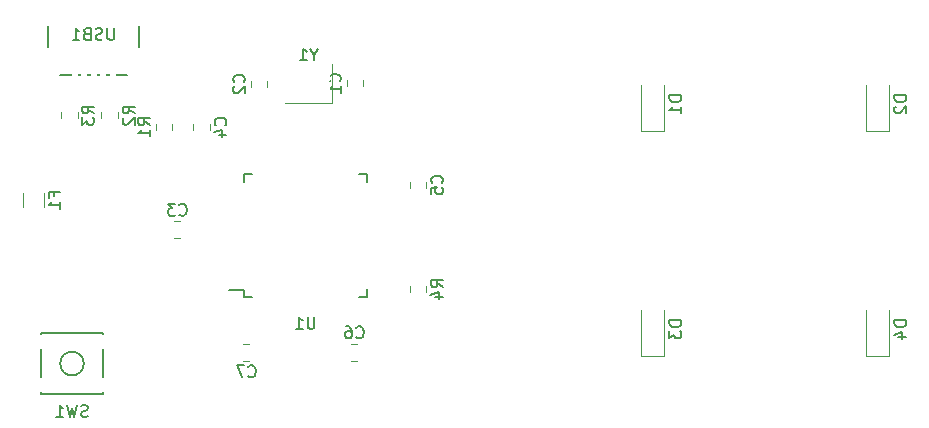
<source format=gbo>
G04 #@! TF.GenerationSoftware,KiCad,Pcbnew,5.0.1*
G04 #@! TF.CreationDate,2019-03-25T02:10:47+08:00*
G04 #@! TF.ProjectId,mykb,6D796B622E6B696361645F7063620000,rev?*
G04 #@! TF.SameCoordinates,Original*
G04 #@! TF.FileFunction,Legend,Bot*
G04 #@! TF.FilePolarity,Positive*
%FSLAX46Y46*%
G04 Gerber Fmt 4.6, Leading zero omitted, Abs format (unit mm)*
G04 Created by KiCad (PCBNEW 5.0.1) date 2019年03月25日 星期一 02时10分47秒*
%MOMM*%
%LPD*%
G01*
G04 APERTURE LIST*
%ADD10C,0.120000*%
%ADD11C,0.150000*%
%ADD12C,0.100000*%
%ADD13C,1.077000*%
%ADD14R,1.302000X1.002000*%
%ADD15C,1.352000*%
%ADD16C,1.852000*%
%ADD17R,2.007000X2.007000*%
%ADD18C,2.007000*%
%ADD19C,2.352000*%
%ADD20C,4.089800*%
%ADD21C,2.352000*%
%ADD22R,1.902000X1.202000*%
%ADD23R,1.602000X0.652000*%
%ADD24R,0.652000X1.602000*%
%ADD25R,0.602000X2.352000*%
%ADD26O,1.802000X2.802000*%
%ADD27R,1.502000X1.302000*%
G04 APERTURE END LIST*
D10*
G04 #@! TO.C,C1*
X93801000Y-72590922D02*
X93801000Y-73108078D01*
X92381000Y-72590922D02*
X92381000Y-73108078D01*
G04 #@! TO.C,C2*
X84253000Y-72639422D02*
X84253000Y-73156578D01*
X85673000Y-72639422D02*
X85673000Y-73156578D01*
G04 #@! TO.C,C3*
X78315078Y-84538750D02*
X77797922Y-84538750D01*
X78315078Y-85958750D02*
X77797922Y-85958750D01*
G04 #@! TO.C,C4*
X79395250Y-76807828D02*
X79395250Y-76290672D01*
X80815250Y-76807828D02*
X80815250Y-76290672D01*
G04 #@! TO.C,C5*
X99135000Y-81697328D02*
X99135000Y-81180172D01*
X97715000Y-81697328D02*
X97715000Y-81180172D01*
G04 #@! TO.C,C6*
X93301078Y-96341000D02*
X92783922Y-96341000D01*
X93301078Y-94921000D02*
X92783922Y-94921000D01*
G04 #@! TO.C,C7*
X83639922Y-96341000D02*
X84157078Y-96341000D01*
X83639922Y-94921000D02*
X84157078Y-94921000D01*
G04 #@! TO.C,D1*
X119268750Y-76862500D02*
X119268750Y-72962500D01*
X117268750Y-76862500D02*
X117268750Y-72962500D01*
X119268750Y-76862500D02*
X117268750Y-76862500D01*
G04 #@! TO.C,D2*
X138318750Y-76862500D02*
X136318750Y-76862500D01*
X136318750Y-76862500D02*
X136318750Y-72962500D01*
X138318750Y-76862500D02*
X138318750Y-72962500D01*
G04 #@! TO.C,D3*
X119268750Y-95912500D02*
X119268750Y-92012500D01*
X117268750Y-95912500D02*
X117268750Y-92012500D01*
X119268750Y-95912500D02*
X117268750Y-95912500D01*
G04 #@! TO.C,D4*
X138318750Y-95912500D02*
X136318750Y-95912500D01*
X136318750Y-95912500D02*
X136318750Y-92012500D01*
X138318750Y-95912500D02*
X138318750Y-92012500D01*
G04 #@! TO.C,F1*
X66791250Y-83339564D02*
X66791250Y-82135436D01*
X64971250Y-83339564D02*
X64971250Y-82135436D01*
G04 #@! TO.C,R1*
X77640250Y-76290672D02*
X77640250Y-76807828D01*
X76220250Y-76290672D02*
X76220250Y-76807828D01*
G04 #@! TO.C,R2*
X71616500Y-75823578D02*
X71616500Y-75306422D01*
X73036500Y-75823578D02*
X73036500Y-75306422D01*
G04 #@! TO.C,R3*
X69607500Y-75823578D02*
X69607500Y-75306422D01*
X68187500Y-75823578D02*
X68187500Y-75306422D01*
G04 #@! TO.C,R4*
X99135000Y-90538828D02*
X99135000Y-90021672D01*
X97715000Y-90538828D02*
X97715000Y-90021672D01*
D11*
G04 #@! TO.C,SW1*
X70131250Y-96575000D02*
G75*
G03X70131250Y-96575000I-1000000J0D01*
G01*
X71731250Y-99175000D02*
X71731250Y-93975000D01*
X66531250Y-99175000D02*
X71731250Y-99175000D01*
X66531250Y-93975000D02*
X66531250Y-99175000D01*
X71731250Y-93975000D02*
X66531250Y-93975000D01*
G04 #@! TO.C,U1*
X83725000Y-90900000D02*
X83725000Y-90325000D01*
X94075000Y-90900000D02*
X94075000Y-90225000D01*
X94075000Y-80550000D02*
X94075000Y-81225000D01*
X83725000Y-80550000D02*
X83725000Y-81225000D01*
X83725000Y-90900000D02*
X84400000Y-90900000D01*
X83725000Y-80550000D02*
X84400000Y-80550000D01*
X94075000Y-80550000D02*
X93400000Y-80550000D01*
X94075000Y-90900000D02*
X93400000Y-90900000D01*
X83725000Y-90325000D02*
X82450000Y-90325000D01*
G04 #@! TO.C,USB1*
X67112500Y-72125000D02*
X74812500Y-72125000D01*
X74812500Y-66675000D02*
X74812500Y-72125000D01*
X67112500Y-66675000D02*
X67112500Y-72125000D01*
D10*
G04 #@! TO.C,Y1*
X91154000Y-71248000D02*
X91154000Y-74548000D01*
X91154000Y-74548000D02*
X87154000Y-74548000D01*
G04 #@! TO.C,C1*
D11*
X91798142Y-72682833D02*
X91845761Y-72635214D01*
X91893380Y-72492357D01*
X91893380Y-72397119D01*
X91845761Y-72254261D01*
X91750523Y-72159023D01*
X91655285Y-72111404D01*
X91464809Y-72063785D01*
X91321952Y-72063785D01*
X91131476Y-72111404D01*
X91036238Y-72159023D01*
X90941000Y-72254261D01*
X90893380Y-72397119D01*
X90893380Y-72492357D01*
X90941000Y-72635214D01*
X90988619Y-72682833D01*
X91893380Y-73635214D02*
X91893380Y-73063785D01*
X91893380Y-73349500D02*
X90893380Y-73349500D01*
X91036238Y-73254261D01*
X91131476Y-73159023D01*
X91179095Y-73063785D01*
G04 #@! TO.C,C2*
X83670142Y-72731333D02*
X83717761Y-72683714D01*
X83765380Y-72540857D01*
X83765380Y-72445619D01*
X83717761Y-72302761D01*
X83622523Y-72207523D01*
X83527285Y-72159904D01*
X83336809Y-72112285D01*
X83193952Y-72112285D01*
X83003476Y-72159904D01*
X82908238Y-72207523D01*
X82813000Y-72302761D01*
X82765380Y-72445619D01*
X82765380Y-72540857D01*
X82813000Y-72683714D01*
X82860619Y-72731333D01*
X82860619Y-73112285D02*
X82813000Y-73159904D01*
X82765380Y-73255142D01*
X82765380Y-73493238D01*
X82813000Y-73588476D01*
X82860619Y-73636095D01*
X82955857Y-73683714D01*
X83051095Y-73683714D01*
X83193952Y-73636095D01*
X83765380Y-73064666D01*
X83765380Y-73683714D01*
G04 #@! TO.C,C3*
X78223166Y-83955892D02*
X78270785Y-84003511D01*
X78413642Y-84051130D01*
X78508880Y-84051130D01*
X78651738Y-84003511D01*
X78746976Y-83908273D01*
X78794595Y-83813035D01*
X78842214Y-83622559D01*
X78842214Y-83479702D01*
X78794595Y-83289226D01*
X78746976Y-83193988D01*
X78651738Y-83098750D01*
X78508880Y-83051130D01*
X78413642Y-83051130D01*
X78270785Y-83098750D01*
X78223166Y-83146369D01*
X77889833Y-83051130D02*
X77270785Y-83051130D01*
X77604119Y-83432083D01*
X77461261Y-83432083D01*
X77366023Y-83479702D01*
X77318404Y-83527321D01*
X77270785Y-83622559D01*
X77270785Y-83860654D01*
X77318404Y-83955892D01*
X77366023Y-84003511D01*
X77461261Y-84051130D01*
X77746976Y-84051130D01*
X77842214Y-84003511D01*
X77889833Y-83955892D01*
G04 #@! TO.C,C4*
X82112392Y-76382583D02*
X82160011Y-76334964D01*
X82207630Y-76192107D01*
X82207630Y-76096869D01*
X82160011Y-75954011D01*
X82064773Y-75858773D01*
X81969535Y-75811154D01*
X81779059Y-75763535D01*
X81636202Y-75763535D01*
X81445726Y-75811154D01*
X81350488Y-75858773D01*
X81255250Y-75954011D01*
X81207630Y-76096869D01*
X81207630Y-76192107D01*
X81255250Y-76334964D01*
X81302869Y-76382583D01*
X81540964Y-77239726D02*
X82207630Y-77239726D01*
X81160011Y-77001630D02*
X81874297Y-76763535D01*
X81874297Y-77382583D01*
G04 #@! TO.C,C5*
X100432142Y-81272083D02*
X100479761Y-81224464D01*
X100527380Y-81081607D01*
X100527380Y-80986369D01*
X100479761Y-80843511D01*
X100384523Y-80748273D01*
X100289285Y-80700654D01*
X100098809Y-80653035D01*
X99955952Y-80653035D01*
X99765476Y-80700654D01*
X99670238Y-80748273D01*
X99575000Y-80843511D01*
X99527380Y-80986369D01*
X99527380Y-81081607D01*
X99575000Y-81224464D01*
X99622619Y-81272083D01*
X99527380Y-82176845D02*
X99527380Y-81700654D01*
X100003571Y-81653035D01*
X99955952Y-81700654D01*
X99908333Y-81795892D01*
X99908333Y-82033988D01*
X99955952Y-82129226D01*
X100003571Y-82176845D01*
X100098809Y-82224464D01*
X100336904Y-82224464D01*
X100432142Y-82176845D01*
X100479761Y-82129226D01*
X100527380Y-82033988D01*
X100527380Y-81795892D01*
X100479761Y-81700654D01*
X100432142Y-81653035D01*
G04 #@! TO.C,C6*
X93209166Y-94338142D02*
X93256785Y-94385761D01*
X93399642Y-94433380D01*
X93494880Y-94433380D01*
X93637738Y-94385761D01*
X93732976Y-94290523D01*
X93780595Y-94195285D01*
X93828214Y-94004809D01*
X93828214Y-93861952D01*
X93780595Y-93671476D01*
X93732976Y-93576238D01*
X93637738Y-93481000D01*
X93494880Y-93433380D01*
X93399642Y-93433380D01*
X93256785Y-93481000D01*
X93209166Y-93528619D01*
X92352023Y-93433380D02*
X92542500Y-93433380D01*
X92637738Y-93481000D01*
X92685357Y-93528619D01*
X92780595Y-93671476D01*
X92828214Y-93861952D01*
X92828214Y-94242904D01*
X92780595Y-94338142D01*
X92732976Y-94385761D01*
X92637738Y-94433380D01*
X92447261Y-94433380D01*
X92352023Y-94385761D01*
X92304404Y-94338142D01*
X92256785Y-94242904D01*
X92256785Y-94004809D01*
X92304404Y-93909571D01*
X92352023Y-93861952D01*
X92447261Y-93814333D01*
X92637738Y-93814333D01*
X92732976Y-93861952D01*
X92780595Y-93909571D01*
X92828214Y-94004809D01*
G04 #@! TO.C,C7*
X84065166Y-97638142D02*
X84112785Y-97685761D01*
X84255642Y-97733380D01*
X84350880Y-97733380D01*
X84493738Y-97685761D01*
X84588976Y-97590523D01*
X84636595Y-97495285D01*
X84684214Y-97304809D01*
X84684214Y-97161952D01*
X84636595Y-96971476D01*
X84588976Y-96876238D01*
X84493738Y-96781000D01*
X84350880Y-96733380D01*
X84255642Y-96733380D01*
X84112785Y-96781000D01*
X84065166Y-96828619D01*
X83731833Y-96733380D02*
X83065166Y-96733380D01*
X83493738Y-97733380D01*
G04 #@! TO.C,D1*
X120721130Y-73874404D02*
X119721130Y-73874404D01*
X119721130Y-74112500D01*
X119768750Y-74255357D01*
X119863988Y-74350595D01*
X119959226Y-74398214D01*
X120149702Y-74445833D01*
X120292559Y-74445833D01*
X120483035Y-74398214D01*
X120578273Y-74350595D01*
X120673511Y-74255357D01*
X120721130Y-74112500D01*
X120721130Y-73874404D01*
X120721130Y-75398214D02*
X120721130Y-74826785D01*
X120721130Y-75112500D02*
X119721130Y-75112500D01*
X119863988Y-75017261D01*
X119959226Y-74922023D01*
X120006845Y-74826785D01*
G04 #@! TO.C,D2*
X139771130Y-73874404D02*
X138771130Y-73874404D01*
X138771130Y-74112500D01*
X138818750Y-74255357D01*
X138913988Y-74350595D01*
X139009226Y-74398214D01*
X139199702Y-74445833D01*
X139342559Y-74445833D01*
X139533035Y-74398214D01*
X139628273Y-74350595D01*
X139723511Y-74255357D01*
X139771130Y-74112500D01*
X139771130Y-73874404D01*
X138866369Y-74826785D02*
X138818750Y-74874404D01*
X138771130Y-74969642D01*
X138771130Y-75207738D01*
X138818750Y-75302976D01*
X138866369Y-75350595D01*
X138961607Y-75398214D01*
X139056845Y-75398214D01*
X139199702Y-75350595D01*
X139771130Y-74779166D01*
X139771130Y-75398214D01*
G04 #@! TO.C,D3*
X120721130Y-92924404D02*
X119721130Y-92924404D01*
X119721130Y-93162500D01*
X119768750Y-93305357D01*
X119863988Y-93400595D01*
X119959226Y-93448214D01*
X120149702Y-93495833D01*
X120292559Y-93495833D01*
X120483035Y-93448214D01*
X120578273Y-93400595D01*
X120673511Y-93305357D01*
X120721130Y-93162500D01*
X120721130Y-92924404D01*
X119721130Y-93829166D02*
X119721130Y-94448214D01*
X120102083Y-94114880D01*
X120102083Y-94257738D01*
X120149702Y-94352976D01*
X120197321Y-94400595D01*
X120292559Y-94448214D01*
X120530654Y-94448214D01*
X120625892Y-94400595D01*
X120673511Y-94352976D01*
X120721130Y-94257738D01*
X120721130Y-93972023D01*
X120673511Y-93876785D01*
X120625892Y-93829166D01*
G04 #@! TO.C,D4*
X139771130Y-92924404D02*
X138771130Y-92924404D01*
X138771130Y-93162500D01*
X138818750Y-93305357D01*
X138913988Y-93400595D01*
X139009226Y-93448214D01*
X139199702Y-93495833D01*
X139342559Y-93495833D01*
X139533035Y-93448214D01*
X139628273Y-93400595D01*
X139723511Y-93305357D01*
X139771130Y-93162500D01*
X139771130Y-92924404D01*
X139104464Y-94352976D02*
X139771130Y-94352976D01*
X138723511Y-94114880D02*
X139437797Y-93876785D01*
X139437797Y-94495833D01*
G04 #@! TO.C,F1*
X67629821Y-82404166D02*
X67629821Y-82070833D01*
X68153630Y-82070833D02*
X67153630Y-82070833D01*
X67153630Y-82547023D01*
X68153630Y-83451785D02*
X68153630Y-82880357D01*
X68153630Y-83166071D02*
X67153630Y-83166071D01*
X67296488Y-83070833D01*
X67391726Y-82975595D01*
X67439345Y-82880357D01*
G04 #@! TO.C,R1*
X75732630Y-76382583D02*
X75256440Y-76049250D01*
X75732630Y-75811154D02*
X74732630Y-75811154D01*
X74732630Y-76192107D01*
X74780250Y-76287345D01*
X74827869Y-76334964D01*
X74923107Y-76382583D01*
X75065964Y-76382583D01*
X75161202Y-76334964D01*
X75208821Y-76287345D01*
X75256440Y-76192107D01*
X75256440Y-75811154D01*
X75732630Y-77334964D02*
X75732630Y-76763535D01*
X75732630Y-77049250D02*
X74732630Y-77049250D01*
X74875488Y-76954011D01*
X74970726Y-76858773D01*
X75018345Y-76763535D01*
G04 #@! TO.C,R2*
X74428880Y-75398333D02*
X73952690Y-75065000D01*
X74428880Y-74826904D02*
X73428880Y-74826904D01*
X73428880Y-75207857D01*
X73476500Y-75303095D01*
X73524119Y-75350714D01*
X73619357Y-75398333D01*
X73762214Y-75398333D01*
X73857452Y-75350714D01*
X73905071Y-75303095D01*
X73952690Y-75207857D01*
X73952690Y-74826904D01*
X73524119Y-75779285D02*
X73476500Y-75826904D01*
X73428880Y-75922142D01*
X73428880Y-76160238D01*
X73476500Y-76255476D01*
X73524119Y-76303095D01*
X73619357Y-76350714D01*
X73714595Y-76350714D01*
X73857452Y-76303095D01*
X74428880Y-75731666D01*
X74428880Y-76350714D01*
G04 #@! TO.C,R3*
X70999880Y-75398333D02*
X70523690Y-75065000D01*
X70999880Y-74826904D02*
X69999880Y-74826904D01*
X69999880Y-75207857D01*
X70047500Y-75303095D01*
X70095119Y-75350714D01*
X70190357Y-75398333D01*
X70333214Y-75398333D01*
X70428452Y-75350714D01*
X70476071Y-75303095D01*
X70523690Y-75207857D01*
X70523690Y-74826904D01*
X69999880Y-75731666D02*
X69999880Y-76350714D01*
X70380833Y-76017380D01*
X70380833Y-76160238D01*
X70428452Y-76255476D01*
X70476071Y-76303095D01*
X70571309Y-76350714D01*
X70809404Y-76350714D01*
X70904642Y-76303095D01*
X70952261Y-76255476D01*
X70999880Y-76160238D01*
X70999880Y-75874523D01*
X70952261Y-75779285D01*
X70904642Y-75731666D01*
G04 #@! TO.C,R4*
X100527380Y-90113583D02*
X100051190Y-89780250D01*
X100527380Y-89542154D02*
X99527380Y-89542154D01*
X99527380Y-89923107D01*
X99575000Y-90018345D01*
X99622619Y-90065964D01*
X99717857Y-90113583D01*
X99860714Y-90113583D01*
X99955952Y-90065964D01*
X100003571Y-90018345D01*
X100051190Y-89923107D01*
X100051190Y-89542154D01*
X99860714Y-90970726D02*
X100527380Y-90970726D01*
X99479761Y-90732630D02*
X100194047Y-90494535D01*
X100194047Y-91113583D01*
G04 #@! TO.C,SW1*
X70464583Y-101043761D02*
X70321726Y-101091380D01*
X70083630Y-101091380D01*
X69988392Y-101043761D01*
X69940773Y-100996142D01*
X69893154Y-100900904D01*
X69893154Y-100805666D01*
X69940773Y-100710428D01*
X69988392Y-100662809D01*
X70083630Y-100615190D01*
X70274107Y-100567571D01*
X70369345Y-100519952D01*
X70416964Y-100472333D01*
X70464583Y-100377095D01*
X70464583Y-100281857D01*
X70416964Y-100186619D01*
X70369345Y-100139000D01*
X70274107Y-100091380D01*
X70036011Y-100091380D01*
X69893154Y-100139000D01*
X69559821Y-100091380D02*
X69321726Y-101091380D01*
X69131250Y-100377095D01*
X68940773Y-101091380D01*
X68702678Y-100091380D01*
X67797916Y-101091380D02*
X68369345Y-101091380D01*
X68083630Y-101091380D02*
X68083630Y-100091380D01*
X68178869Y-100234238D01*
X68274107Y-100329476D01*
X68369345Y-100377095D01*
G04 #@! TO.C,U1*
X89661904Y-92627380D02*
X89661904Y-93436904D01*
X89614285Y-93532142D01*
X89566666Y-93579761D01*
X89471428Y-93627380D01*
X89280952Y-93627380D01*
X89185714Y-93579761D01*
X89138095Y-93532142D01*
X89090476Y-93436904D01*
X89090476Y-92627380D01*
X88090476Y-93627380D02*
X88661904Y-93627380D01*
X88376190Y-93627380D02*
X88376190Y-92627380D01*
X88471428Y-92770238D01*
X88566666Y-92865476D01*
X88661904Y-92913095D01*
G04 #@! TO.C,USB1*
X72700595Y-68159380D02*
X72700595Y-68968904D01*
X72652976Y-69064142D01*
X72605357Y-69111761D01*
X72510119Y-69159380D01*
X72319642Y-69159380D01*
X72224404Y-69111761D01*
X72176785Y-69064142D01*
X72129166Y-68968904D01*
X72129166Y-68159380D01*
X71700595Y-69111761D02*
X71557738Y-69159380D01*
X71319642Y-69159380D01*
X71224404Y-69111761D01*
X71176785Y-69064142D01*
X71129166Y-68968904D01*
X71129166Y-68873666D01*
X71176785Y-68778428D01*
X71224404Y-68730809D01*
X71319642Y-68683190D01*
X71510119Y-68635571D01*
X71605357Y-68587952D01*
X71652976Y-68540333D01*
X71700595Y-68445095D01*
X71700595Y-68349857D01*
X71652976Y-68254619D01*
X71605357Y-68207000D01*
X71510119Y-68159380D01*
X71272023Y-68159380D01*
X71129166Y-68207000D01*
X70367261Y-68635571D02*
X70224404Y-68683190D01*
X70176785Y-68730809D01*
X70129166Y-68826047D01*
X70129166Y-68968904D01*
X70176785Y-69064142D01*
X70224404Y-69111761D01*
X70319642Y-69159380D01*
X70700595Y-69159380D01*
X70700595Y-68159380D01*
X70367261Y-68159380D01*
X70272023Y-68207000D01*
X70224404Y-68254619D01*
X70176785Y-68349857D01*
X70176785Y-68445095D01*
X70224404Y-68540333D01*
X70272023Y-68587952D01*
X70367261Y-68635571D01*
X70700595Y-68635571D01*
X69176785Y-69159380D02*
X69748214Y-69159380D01*
X69462500Y-69159380D02*
X69462500Y-68159380D01*
X69557738Y-68302238D01*
X69652976Y-68397476D01*
X69748214Y-68445095D01*
G04 #@! TO.C,Y1*
X89630190Y-70424190D02*
X89630190Y-70900380D01*
X89963523Y-69900380D02*
X89630190Y-70424190D01*
X89296857Y-69900380D01*
X88439714Y-70900380D02*
X89011142Y-70900380D01*
X88725428Y-70900380D02*
X88725428Y-69900380D01*
X88820666Y-70043238D01*
X88915904Y-70138476D01*
X89011142Y-70186095D01*
G04 #@! TD*
%LPC*%
D12*
G04 #@! TO.C,C1*
G36*
X93599141Y-73249797D02*
X93625278Y-73253674D01*
X93650909Y-73260094D01*
X93675788Y-73268995D01*
X93699674Y-73280293D01*
X93722337Y-73293877D01*
X93743560Y-73309617D01*
X93763139Y-73327361D01*
X93780883Y-73346940D01*
X93796623Y-73368163D01*
X93810207Y-73390826D01*
X93821505Y-73414712D01*
X93830406Y-73439591D01*
X93836826Y-73465222D01*
X93840703Y-73491359D01*
X93842000Y-73517750D01*
X93842000Y-74056250D01*
X93840703Y-74082641D01*
X93836826Y-74108778D01*
X93830406Y-74134409D01*
X93821505Y-74159288D01*
X93810207Y-74183174D01*
X93796623Y-74205837D01*
X93780883Y-74227060D01*
X93763139Y-74246639D01*
X93743560Y-74264383D01*
X93722337Y-74280123D01*
X93699674Y-74293707D01*
X93675788Y-74305005D01*
X93650909Y-74313906D01*
X93625278Y-74320326D01*
X93599141Y-74324203D01*
X93572750Y-74325500D01*
X92609250Y-74325500D01*
X92582859Y-74324203D01*
X92556722Y-74320326D01*
X92531091Y-74313906D01*
X92506212Y-74305005D01*
X92482326Y-74293707D01*
X92459663Y-74280123D01*
X92438440Y-74264383D01*
X92418861Y-74246639D01*
X92401117Y-74227060D01*
X92385377Y-74205837D01*
X92371793Y-74183174D01*
X92360495Y-74159288D01*
X92351594Y-74134409D01*
X92345174Y-74108778D01*
X92341297Y-74082641D01*
X92340000Y-74056250D01*
X92340000Y-73517750D01*
X92341297Y-73491359D01*
X92345174Y-73465222D01*
X92351594Y-73439591D01*
X92360495Y-73414712D01*
X92371793Y-73390826D01*
X92385377Y-73368163D01*
X92401117Y-73346940D01*
X92418861Y-73327361D01*
X92438440Y-73309617D01*
X92459663Y-73293877D01*
X92482326Y-73280293D01*
X92506212Y-73268995D01*
X92531091Y-73260094D01*
X92556722Y-73253674D01*
X92582859Y-73249797D01*
X92609250Y-73248500D01*
X93572750Y-73248500D01*
X93599141Y-73249797D01*
X93599141Y-73249797D01*
G37*
D13*
X93091000Y-73787000D03*
D12*
G36*
X93599141Y-71374797D02*
X93625278Y-71378674D01*
X93650909Y-71385094D01*
X93675788Y-71393995D01*
X93699674Y-71405293D01*
X93722337Y-71418877D01*
X93743560Y-71434617D01*
X93763139Y-71452361D01*
X93780883Y-71471940D01*
X93796623Y-71493163D01*
X93810207Y-71515826D01*
X93821505Y-71539712D01*
X93830406Y-71564591D01*
X93836826Y-71590222D01*
X93840703Y-71616359D01*
X93842000Y-71642750D01*
X93842000Y-72181250D01*
X93840703Y-72207641D01*
X93836826Y-72233778D01*
X93830406Y-72259409D01*
X93821505Y-72284288D01*
X93810207Y-72308174D01*
X93796623Y-72330837D01*
X93780883Y-72352060D01*
X93763139Y-72371639D01*
X93743560Y-72389383D01*
X93722337Y-72405123D01*
X93699674Y-72418707D01*
X93675788Y-72430005D01*
X93650909Y-72438906D01*
X93625278Y-72445326D01*
X93599141Y-72449203D01*
X93572750Y-72450500D01*
X92609250Y-72450500D01*
X92582859Y-72449203D01*
X92556722Y-72445326D01*
X92531091Y-72438906D01*
X92506212Y-72430005D01*
X92482326Y-72418707D01*
X92459663Y-72405123D01*
X92438440Y-72389383D01*
X92418861Y-72371639D01*
X92401117Y-72352060D01*
X92385377Y-72330837D01*
X92371793Y-72308174D01*
X92360495Y-72284288D01*
X92351594Y-72259409D01*
X92345174Y-72233778D01*
X92341297Y-72207641D01*
X92340000Y-72181250D01*
X92340000Y-71642750D01*
X92341297Y-71616359D01*
X92345174Y-71590222D01*
X92351594Y-71564591D01*
X92360495Y-71539712D01*
X92371793Y-71515826D01*
X92385377Y-71493163D01*
X92401117Y-71471940D01*
X92418861Y-71452361D01*
X92438440Y-71434617D01*
X92459663Y-71418877D01*
X92482326Y-71405293D01*
X92506212Y-71393995D01*
X92531091Y-71385094D01*
X92556722Y-71378674D01*
X92582859Y-71374797D01*
X92609250Y-71373500D01*
X93572750Y-71373500D01*
X93599141Y-71374797D01*
X93599141Y-71374797D01*
G37*
D13*
X93091000Y-71912000D03*
G04 #@! TD*
D12*
G04 #@! TO.C,C2*
G36*
X85471141Y-71423297D02*
X85497278Y-71427174D01*
X85522909Y-71433594D01*
X85547788Y-71442495D01*
X85571674Y-71453793D01*
X85594337Y-71467377D01*
X85615560Y-71483117D01*
X85635139Y-71500861D01*
X85652883Y-71520440D01*
X85668623Y-71541663D01*
X85682207Y-71564326D01*
X85693505Y-71588212D01*
X85702406Y-71613091D01*
X85708826Y-71638722D01*
X85712703Y-71664859D01*
X85714000Y-71691250D01*
X85714000Y-72229750D01*
X85712703Y-72256141D01*
X85708826Y-72282278D01*
X85702406Y-72307909D01*
X85693505Y-72332788D01*
X85682207Y-72356674D01*
X85668623Y-72379337D01*
X85652883Y-72400560D01*
X85635139Y-72420139D01*
X85615560Y-72437883D01*
X85594337Y-72453623D01*
X85571674Y-72467207D01*
X85547788Y-72478505D01*
X85522909Y-72487406D01*
X85497278Y-72493826D01*
X85471141Y-72497703D01*
X85444750Y-72499000D01*
X84481250Y-72499000D01*
X84454859Y-72497703D01*
X84428722Y-72493826D01*
X84403091Y-72487406D01*
X84378212Y-72478505D01*
X84354326Y-72467207D01*
X84331663Y-72453623D01*
X84310440Y-72437883D01*
X84290861Y-72420139D01*
X84273117Y-72400560D01*
X84257377Y-72379337D01*
X84243793Y-72356674D01*
X84232495Y-72332788D01*
X84223594Y-72307909D01*
X84217174Y-72282278D01*
X84213297Y-72256141D01*
X84212000Y-72229750D01*
X84212000Y-71691250D01*
X84213297Y-71664859D01*
X84217174Y-71638722D01*
X84223594Y-71613091D01*
X84232495Y-71588212D01*
X84243793Y-71564326D01*
X84257377Y-71541663D01*
X84273117Y-71520440D01*
X84290861Y-71500861D01*
X84310440Y-71483117D01*
X84331663Y-71467377D01*
X84354326Y-71453793D01*
X84378212Y-71442495D01*
X84403091Y-71433594D01*
X84428722Y-71427174D01*
X84454859Y-71423297D01*
X84481250Y-71422000D01*
X85444750Y-71422000D01*
X85471141Y-71423297D01*
X85471141Y-71423297D01*
G37*
D13*
X84963000Y-71960500D03*
D12*
G36*
X85471141Y-73298297D02*
X85497278Y-73302174D01*
X85522909Y-73308594D01*
X85547788Y-73317495D01*
X85571674Y-73328793D01*
X85594337Y-73342377D01*
X85615560Y-73358117D01*
X85635139Y-73375861D01*
X85652883Y-73395440D01*
X85668623Y-73416663D01*
X85682207Y-73439326D01*
X85693505Y-73463212D01*
X85702406Y-73488091D01*
X85708826Y-73513722D01*
X85712703Y-73539859D01*
X85714000Y-73566250D01*
X85714000Y-74104750D01*
X85712703Y-74131141D01*
X85708826Y-74157278D01*
X85702406Y-74182909D01*
X85693505Y-74207788D01*
X85682207Y-74231674D01*
X85668623Y-74254337D01*
X85652883Y-74275560D01*
X85635139Y-74295139D01*
X85615560Y-74312883D01*
X85594337Y-74328623D01*
X85571674Y-74342207D01*
X85547788Y-74353505D01*
X85522909Y-74362406D01*
X85497278Y-74368826D01*
X85471141Y-74372703D01*
X85444750Y-74374000D01*
X84481250Y-74374000D01*
X84454859Y-74372703D01*
X84428722Y-74368826D01*
X84403091Y-74362406D01*
X84378212Y-74353505D01*
X84354326Y-74342207D01*
X84331663Y-74328623D01*
X84310440Y-74312883D01*
X84290861Y-74295139D01*
X84273117Y-74275560D01*
X84257377Y-74254337D01*
X84243793Y-74231674D01*
X84232495Y-74207788D01*
X84223594Y-74182909D01*
X84217174Y-74157278D01*
X84213297Y-74131141D01*
X84212000Y-74104750D01*
X84212000Y-73566250D01*
X84213297Y-73539859D01*
X84217174Y-73513722D01*
X84223594Y-73488091D01*
X84232495Y-73463212D01*
X84243793Y-73439326D01*
X84257377Y-73416663D01*
X84273117Y-73395440D01*
X84290861Y-73375861D01*
X84310440Y-73358117D01*
X84331663Y-73342377D01*
X84354326Y-73328793D01*
X84378212Y-73317495D01*
X84403091Y-73308594D01*
X84428722Y-73302174D01*
X84454859Y-73298297D01*
X84481250Y-73297000D01*
X85444750Y-73297000D01*
X85471141Y-73298297D01*
X85471141Y-73298297D01*
G37*
D13*
X84963000Y-73835500D03*
G04 #@! TD*
D12*
G04 #@! TO.C,C3*
G36*
X79289641Y-84499047D02*
X79315778Y-84502924D01*
X79341409Y-84509344D01*
X79366288Y-84518245D01*
X79390174Y-84529543D01*
X79412837Y-84543127D01*
X79434060Y-84558867D01*
X79453639Y-84576611D01*
X79471383Y-84596190D01*
X79487123Y-84617413D01*
X79500707Y-84640076D01*
X79512005Y-84663962D01*
X79520906Y-84688841D01*
X79527326Y-84714472D01*
X79531203Y-84740609D01*
X79532500Y-84767000D01*
X79532500Y-85730500D01*
X79531203Y-85756891D01*
X79527326Y-85783028D01*
X79520906Y-85808659D01*
X79512005Y-85833538D01*
X79500707Y-85857424D01*
X79487123Y-85880087D01*
X79471383Y-85901310D01*
X79453639Y-85920889D01*
X79434060Y-85938633D01*
X79412837Y-85954373D01*
X79390174Y-85967957D01*
X79366288Y-85979255D01*
X79341409Y-85988156D01*
X79315778Y-85994576D01*
X79289641Y-85998453D01*
X79263250Y-85999750D01*
X78724750Y-85999750D01*
X78698359Y-85998453D01*
X78672222Y-85994576D01*
X78646591Y-85988156D01*
X78621712Y-85979255D01*
X78597826Y-85967957D01*
X78575163Y-85954373D01*
X78553940Y-85938633D01*
X78534361Y-85920889D01*
X78516617Y-85901310D01*
X78500877Y-85880087D01*
X78487293Y-85857424D01*
X78475995Y-85833538D01*
X78467094Y-85808659D01*
X78460674Y-85783028D01*
X78456797Y-85756891D01*
X78455500Y-85730500D01*
X78455500Y-84767000D01*
X78456797Y-84740609D01*
X78460674Y-84714472D01*
X78467094Y-84688841D01*
X78475995Y-84663962D01*
X78487293Y-84640076D01*
X78500877Y-84617413D01*
X78516617Y-84596190D01*
X78534361Y-84576611D01*
X78553940Y-84558867D01*
X78575163Y-84543127D01*
X78597826Y-84529543D01*
X78621712Y-84518245D01*
X78646591Y-84509344D01*
X78672222Y-84502924D01*
X78698359Y-84499047D01*
X78724750Y-84497750D01*
X79263250Y-84497750D01*
X79289641Y-84499047D01*
X79289641Y-84499047D01*
G37*
D13*
X78994000Y-85248750D03*
D12*
G36*
X77414641Y-84499047D02*
X77440778Y-84502924D01*
X77466409Y-84509344D01*
X77491288Y-84518245D01*
X77515174Y-84529543D01*
X77537837Y-84543127D01*
X77559060Y-84558867D01*
X77578639Y-84576611D01*
X77596383Y-84596190D01*
X77612123Y-84617413D01*
X77625707Y-84640076D01*
X77637005Y-84663962D01*
X77645906Y-84688841D01*
X77652326Y-84714472D01*
X77656203Y-84740609D01*
X77657500Y-84767000D01*
X77657500Y-85730500D01*
X77656203Y-85756891D01*
X77652326Y-85783028D01*
X77645906Y-85808659D01*
X77637005Y-85833538D01*
X77625707Y-85857424D01*
X77612123Y-85880087D01*
X77596383Y-85901310D01*
X77578639Y-85920889D01*
X77559060Y-85938633D01*
X77537837Y-85954373D01*
X77515174Y-85967957D01*
X77491288Y-85979255D01*
X77466409Y-85988156D01*
X77440778Y-85994576D01*
X77414641Y-85998453D01*
X77388250Y-85999750D01*
X76849750Y-85999750D01*
X76823359Y-85998453D01*
X76797222Y-85994576D01*
X76771591Y-85988156D01*
X76746712Y-85979255D01*
X76722826Y-85967957D01*
X76700163Y-85954373D01*
X76678940Y-85938633D01*
X76659361Y-85920889D01*
X76641617Y-85901310D01*
X76625877Y-85880087D01*
X76612293Y-85857424D01*
X76600995Y-85833538D01*
X76592094Y-85808659D01*
X76585674Y-85783028D01*
X76581797Y-85756891D01*
X76580500Y-85730500D01*
X76580500Y-84767000D01*
X76581797Y-84740609D01*
X76585674Y-84714472D01*
X76592094Y-84688841D01*
X76600995Y-84663962D01*
X76612293Y-84640076D01*
X76625877Y-84617413D01*
X76641617Y-84596190D01*
X76659361Y-84576611D01*
X76678940Y-84558867D01*
X76700163Y-84543127D01*
X76722826Y-84529543D01*
X76746712Y-84518245D01*
X76771591Y-84509344D01*
X76797222Y-84502924D01*
X76823359Y-84499047D01*
X76849750Y-84497750D01*
X77388250Y-84497750D01*
X77414641Y-84499047D01*
X77414641Y-84499047D01*
G37*
D13*
X77119000Y-85248750D03*
G04 #@! TD*
D12*
G04 #@! TO.C,C4*
G36*
X80613391Y-75074547D02*
X80639528Y-75078424D01*
X80665159Y-75084844D01*
X80690038Y-75093745D01*
X80713924Y-75105043D01*
X80736587Y-75118627D01*
X80757810Y-75134367D01*
X80777389Y-75152111D01*
X80795133Y-75171690D01*
X80810873Y-75192913D01*
X80824457Y-75215576D01*
X80835755Y-75239462D01*
X80844656Y-75264341D01*
X80851076Y-75289972D01*
X80854953Y-75316109D01*
X80856250Y-75342500D01*
X80856250Y-75881000D01*
X80854953Y-75907391D01*
X80851076Y-75933528D01*
X80844656Y-75959159D01*
X80835755Y-75984038D01*
X80824457Y-76007924D01*
X80810873Y-76030587D01*
X80795133Y-76051810D01*
X80777389Y-76071389D01*
X80757810Y-76089133D01*
X80736587Y-76104873D01*
X80713924Y-76118457D01*
X80690038Y-76129755D01*
X80665159Y-76138656D01*
X80639528Y-76145076D01*
X80613391Y-76148953D01*
X80587000Y-76150250D01*
X79623500Y-76150250D01*
X79597109Y-76148953D01*
X79570972Y-76145076D01*
X79545341Y-76138656D01*
X79520462Y-76129755D01*
X79496576Y-76118457D01*
X79473913Y-76104873D01*
X79452690Y-76089133D01*
X79433111Y-76071389D01*
X79415367Y-76051810D01*
X79399627Y-76030587D01*
X79386043Y-76007924D01*
X79374745Y-75984038D01*
X79365844Y-75959159D01*
X79359424Y-75933528D01*
X79355547Y-75907391D01*
X79354250Y-75881000D01*
X79354250Y-75342500D01*
X79355547Y-75316109D01*
X79359424Y-75289972D01*
X79365844Y-75264341D01*
X79374745Y-75239462D01*
X79386043Y-75215576D01*
X79399627Y-75192913D01*
X79415367Y-75171690D01*
X79433111Y-75152111D01*
X79452690Y-75134367D01*
X79473913Y-75118627D01*
X79496576Y-75105043D01*
X79520462Y-75093745D01*
X79545341Y-75084844D01*
X79570972Y-75078424D01*
X79597109Y-75074547D01*
X79623500Y-75073250D01*
X80587000Y-75073250D01*
X80613391Y-75074547D01*
X80613391Y-75074547D01*
G37*
D13*
X80105250Y-75611750D03*
D12*
G36*
X80613391Y-76949547D02*
X80639528Y-76953424D01*
X80665159Y-76959844D01*
X80690038Y-76968745D01*
X80713924Y-76980043D01*
X80736587Y-76993627D01*
X80757810Y-77009367D01*
X80777389Y-77027111D01*
X80795133Y-77046690D01*
X80810873Y-77067913D01*
X80824457Y-77090576D01*
X80835755Y-77114462D01*
X80844656Y-77139341D01*
X80851076Y-77164972D01*
X80854953Y-77191109D01*
X80856250Y-77217500D01*
X80856250Y-77756000D01*
X80854953Y-77782391D01*
X80851076Y-77808528D01*
X80844656Y-77834159D01*
X80835755Y-77859038D01*
X80824457Y-77882924D01*
X80810873Y-77905587D01*
X80795133Y-77926810D01*
X80777389Y-77946389D01*
X80757810Y-77964133D01*
X80736587Y-77979873D01*
X80713924Y-77993457D01*
X80690038Y-78004755D01*
X80665159Y-78013656D01*
X80639528Y-78020076D01*
X80613391Y-78023953D01*
X80587000Y-78025250D01*
X79623500Y-78025250D01*
X79597109Y-78023953D01*
X79570972Y-78020076D01*
X79545341Y-78013656D01*
X79520462Y-78004755D01*
X79496576Y-77993457D01*
X79473913Y-77979873D01*
X79452690Y-77964133D01*
X79433111Y-77946389D01*
X79415367Y-77926810D01*
X79399627Y-77905587D01*
X79386043Y-77882924D01*
X79374745Y-77859038D01*
X79365844Y-77834159D01*
X79359424Y-77808528D01*
X79355547Y-77782391D01*
X79354250Y-77756000D01*
X79354250Y-77217500D01*
X79355547Y-77191109D01*
X79359424Y-77164972D01*
X79365844Y-77139341D01*
X79374745Y-77114462D01*
X79386043Y-77090576D01*
X79399627Y-77067913D01*
X79415367Y-77046690D01*
X79433111Y-77027111D01*
X79452690Y-77009367D01*
X79473913Y-76993627D01*
X79496576Y-76980043D01*
X79520462Y-76968745D01*
X79545341Y-76959844D01*
X79570972Y-76953424D01*
X79597109Y-76949547D01*
X79623500Y-76948250D01*
X80587000Y-76948250D01*
X80613391Y-76949547D01*
X80613391Y-76949547D01*
G37*
D13*
X80105250Y-77486750D03*
G04 #@! TD*
D12*
G04 #@! TO.C,C5*
G36*
X98933141Y-81839047D02*
X98959278Y-81842924D01*
X98984909Y-81849344D01*
X99009788Y-81858245D01*
X99033674Y-81869543D01*
X99056337Y-81883127D01*
X99077560Y-81898867D01*
X99097139Y-81916611D01*
X99114883Y-81936190D01*
X99130623Y-81957413D01*
X99144207Y-81980076D01*
X99155505Y-82003962D01*
X99164406Y-82028841D01*
X99170826Y-82054472D01*
X99174703Y-82080609D01*
X99176000Y-82107000D01*
X99176000Y-82645500D01*
X99174703Y-82671891D01*
X99170826Y-82698028D01*
X99164406Y-82723659D01*
X99155505Y-82748538D01*
X99144207Y-82772424D01*
X99130623Y-82795087D01*
X99114883Y-82816310D01*
X99097139Y-82835889D01*
X99077560Y-82853633D01*
X99056337Y-82869373D01*
X99033674Y-82882957D01*
X99009788Y-82894255D01*
X98984909Y-82903156D01*
X98959278Y-82909576D01*
X98933141Y-82913453D01*
X98906750Y-82914750D01*
X97943250Y-82914750D01*
X97916859Y-82913453D01*
X97890722Y-82909576D01*
X97865091Y-82903156D01*
X97840212Y-82894255D01*
X97816326Y-82882957D01*
X97793663Y-82869373D01*
X97772440Y-82853633D01*
X97752861Y-82835889D01*
X97735117Y-82816310D01*
X97719377Y-82795087D01*
X97705793Y-82772424D01*
X97694495Y-82748538D01*
X97685594Y-82723659D01*
X97679174Y-82698028D01*
X97675297Y-82671891D01*
X97674000Y-82645500D01*
X97674000Y-82107000D01*
X97675297Y-82080609D01*
X97679174Y-82054472D01*
X97685594Y-82028841D01*
X97694495Y-82003962D01*
X97705793Y-81980076D01*
X97719377Y-81957413D01*
X97735117Y-81936190D01*
X97752861Y-81916611D01*
X97772440Y-81898867D01*
X97793663Y-81883127D01*
X97816326Y-81869543D01*
X97840212Y-81858245D01*
X97865091Y-81849344D01*
X97890722Y-81842924D01*
X97916859Y-81839047D01*
X97943250Y-81837750D01*
X98906750Y-81837750D01*
X98933141Y-81839047D01*
X98933141Y-81839047D01*
G37*
D13*
X98425000Y-82376250D03*
D12*
G36*
X98933141Y-79964047D02*
X98959278Y-79967924D01*
X98984909Y-79974344D01*
X99009788Y-79983245D01*
X99033674Y-79994543D01*
X99056337Y-80008127D01*
X99077560Y-80023867D01*
X99097139Y-80041611D01*
X99114883Y-80061190D01*
X99130623Y-80082413D01*
X99144207Y-80105076D01*
X99155505Y-80128962D01*
X99164406Y-80153841D01*
X99170826Y-80179472D01*
X99174703Y-80205609D01*
X99176000Y-80232000D01*
X99176000Y-80770500D01*
X99174703Y-80796891D01*
X99170826Y-80823028D01*
X99164406Y-80848659D01*
X99155505Y-80873538D01*
X99144207Y-80897424D01*
X99130623Y-80920087D01*
X99114883Y-80941310D01*
X99097139Y-80960889D01*
X99077560Y-80978633D01*
X99056337Y-80994373D01*
X99033674Y-81007957D01*
X99009788Y-81019255D01*
X98984909Y-81028156D01*
X98959278Y-81034576D01*
X98933141Y-81038453D01*
X98906750Y-81039750D01*
X97943250Y-81039750D01*
X97916859Y-81038453D01*
X97890722Y-81034576D01*
X97865091Y-81028156D01*
X97840212Y-81019255D01*
X97816326Y-81007957D01*
X97793663Y-80994373D01*
X97772440Y-80978633D01*
X97752861Y-80960889D01*
X97735117Y-80941310D01*
X97719377Y-80920087D01*
X97705793Y-80897424D01*
X97694495Y-80873538D01*
X97685594Y-80848659D01*
X97679174Y-80823028D01*
X97675297Y-80796891D01*
X97674000Y-80770500D01*
X97674000Y-80232000D01*
X97675297Y-80205609D01*
X97679174Y-80179472D01*
X97685594Y-80153841D01*
X97694495Y-80128962D01*
X97705793Y-80105076D01*
X97719377Y-80082413D01*
X97735117Y-80061190D01*
X97752861Y-80041611D01*
X97772440Y-80023867D01*
X97793663Y-80008127D01*
X97816326Y-79994543D01*
X97840212Y-79983245D01*
X97865091Y-79974344D01*
X97890722Y-79967924D01*
X97916859Y-79964047D01*
X97943250Y-79962750D01*
X98906750Y-79962750D01*
X98933141Y-79964047D01*
X98933141Y-79964047D01*
G37*
D13*
X98425000Y-80501250D03*
G04 #@! TD*
D12*
G04 #@! TO.C,C6*
G36*
X92400641Y-94881297D02*
X92426778Y-94885174D01*
X92452409Y-94891594D01*
X92477288Y-94900495D01*
X92501174Y-94911793D01*
X92523837Y-94925377D01*
X92545060Y-94941117D01*
X92564639Y-94958861D01*
X92582383Y-94978440D01*
X92598123Y-94999663D01*
X92611707Y-95022326D01*
X92623005Y-95046212D01*
X92631906Y-95071091D01*
X92638326Y-95096722D01*
X92642203Y-95122859D01*
X92643500Y-95149250D01*
X92643500Y-96112750D01*
X92642203Y-96139141D01*
X92638326Y-96165278D01*
X92631906Y-96190909D01*
X92623005Y-96215788D01*
X92611707Y-96239674D01*
X92598123Y-96262337D01*
X92582383Y-96283560D01*
X92564639Y-96303139D01*
X92545060Y-96320883D01*
X92523837Y-96336623D01*
X92501174Y-96350207D01*
X92477288Y-96361505D01*
X92452409Y-96370406D01*
X92426778Y-96376826D01*
X92400641Y-96380703D01*
X92374250Y-96382000D01*
X91835750Y-96382000D01*
X91809359Y-96380703D01*
X91783222Y-96376826D01*
X91757591Y-96370406D01*
X91732712Y-96361505D01*
X91708826Y-96350207D01*
X91686163Y-96336623D01*
X91664940Y-96320883D01*
X91645361Y-96303139D01*
X91627617Y-96283560D01*
X91611877Y-96262337D01*
X91598293Y-96239674D01*
X91586995Y-96215788D01*
X91578094Y-96190909D01*
X91571674Y-96165278D01*
X91567797Y-96139141D01*
X91566500Y-96112750D01*
X91566500Y-95149250D01*
X91567797Y-95122859D01*
X91571674Y-95096722D01*
X91578094Y-95071091D01*
X91586995Y-95046212D01*
X91598293Y-95022326D01*
X91611877Y-94999663D01*
X91627617Y-94978440D01*
X91645361Y-94958861D01*
X91664940Y-94941117D01*
X91686163Y-94925377D01*
X91708826Y-94911793D01*
X91732712Y-94900495D01*
X91757591Y-94891594D01*
X91783222Y-94885174D01*
X91809359Y-94881297D01*
X91835750Y-94880000D01*
X92374250Y-94880000D01*
X92400641Y-94881297D01*
X92400641Y-94881297D01*
G37*
D13*
X92105000Y-95631000D03*
D12*
G36*
X94275641Y-94881297D02*
X94301778Y-94885174D01*
X94327409Y-94891594D01*
X94352288Y-94900495D01*
X94376174Y-94911793D01*
X94398837Y-94925377D01*
X94420060Y-94941117D01*
X94439639Y-94958861D01*
X94457383Y-94978440D01*
X94473123Y-94999663D01*
X94486707Y-95022326D01*
X94498005Y-95046212D01*
X94506906Y-95071091D01*
X94513326Y-95096722D01*
X94517203Y-95122859D01*
X94518500Y-95149250D01*
X94518500Y-96112750D01*
X94517203Y-96139141D01*
X94513326Y-96165278D01*
X94506906Y-96190909D01*
X94498005Y-96215788D01*
X94486707Y-96239674D01*
X94473123Y-96262337D01*
X94457383Y-96283560D01*
X94439639Y-96303139D01*
X94420060Y-96320883D01*
X94398837Y-96336623D01*
X94376174Y-96350207D01*
X94352288Y-96361505D01*
X94327409Y-96370406D01*
X94301778Y-96376826D01*
X94275641Y-96380703D01*
X94249250Y-96382000D01*
X93710750Y-96382000D01*
X93684359Y-96380703D01*
X93658222Y-96376826D01*
X93632591Y-96370406D01*
X93607712Y-96361505D01*
X93583826Y-96350207D01*
X93561163Y-96336623D01*
X93539940Y-96320883D01*
X93520361Y-96303139D01*
X93502617Y-96283560D01*
X93486877Y-96262337D01*
X93473293Y-96239674D01*
X93461995Y-96215788D01*
X93453094Y-96190909D01*
X93446674Y-96165278D01*
X93442797Y-96139141D01*
X93441500Y-96112750D01*
X93441500Y-95149250D01*
X93442797Y-95122859D01*
X93446674Y-95096722D01*
X93453094Y-95071091D01*
X93461995Y-95046212D01*
X93473293Y-95022326D01*
X93486877Y-94999663D01*
X93502617Y-94978440D01*
X93520361Y-94958861D01*
X93539940Y-94941117D01*
X93561163Y-94925377D01*
X93583826Y-94911793D01*
X93607712Y-94900495D01*
X93632591Y-94891594D01*
X93658222Y-94885174D01*
X93684359Y-94881297D01*
X93710750Y-94880000D01*
X94249250Y-94880000D01*
X94275641Y-94881297D01*
X94275641Y-94881297D01*
G37*
D13*
X93980000Y-95631000D03*
G04 #@! TD*
D12*
G04 #@! TO.C,C7*
G36*
X83256641Y-94881297D02*
X83282778Y-94885174D01*
X83308409Y-94891594D01*
X83333288Y-94900495D01*
X83357174Y-94911793D01*
X83379837Y-94925377D01*
X83401060Y-94941117D01*
X83420639Y-94958861D01*
X83438383Y-94978440D01*
X83454123Y-94999663D01*
X83467707Y-95022326D01*
X83479005Y-95046212D01*
X83487906Y-95071091D01*
X83494326Y-95096722D01*
X83498203Y-95122859D01*
X83499500Y-95149250D01*
X83499500Y-96112750D01*
X83498203Y-96139141D01*
X83494326Y-96165278D01*
X83487906Y-96190909D01*
X83479005Y-96215788D01*
X83467707Y-96239674D01*
X83454123Y-96262337D01*
X83438383Y-96283560D01*
X83420639Y-96303139D01*
X83401060Y-96320883D01*
X83379837Y-96336623D01*
X83357174Y-96350207D01*
X83333288Y-96361505D01*
X83308409Y-96370406D01*
X83282778Y-96376826D01*
X83256641Y-96380703D01*
X83230250Y-96382000D01*
X82691750Y-96382000D01*
X82665359Y-96380703D01*
X82639222Y-96376826D01*
X82613591Y-96370406D01*
X82588712Y-96361505D01*
X82564826Y-96350207D01*
X82542163Y-96336623D01*
X82520940Y-96320883D01*
X82501361Y-96303139D01*
X82483617Y-96283560D01*
X82467877Y-96262337D01*
X82454293Y-96239674D01*
X82442995Y-96215788D01*
X82434094Y-96190909D01*
X82427674Y-96165278D01*
X82423797Y-96139141D01*
X82422500Y-96112750D01*
X82422500Y-95149250D01*
X82423797Y-95122859D01*
X82427674Y-95096722D01*
X82434094Y-95071091D01*
X82442995Y-95046212D01*
X82454293Y-95022326D01*
X82467877Y-94999663D01*
X82483617Y-94978440D01*
X82501361Y-94958861D01*
X82520940Y-94941117D01*
X82542163Y-94925377D01*
X82564826Y-94911793D01*
X82588712Y-94900495D01*
X82613591Y-94891594D01*
X82639222Y-94885174D01*
X82665359Y-94881297D01*
X82691750Y-94880000D01*
X83230250Y-94880000D01*
X83256641Y-94881297D01*
X83256641Y-94881297D01*
G37*
D13*
X82961000Y-95631000D03*
D12*
G36*
X85131641Y-94881297D02*
X85157778Y-94885174D01*
X85183409Y-94891594D01*
X85208288Y-94900495D01*
X85232174Y-94911793D01*
X85254837Y-94925377D01*
X85276060Y-94941117D01*
X85295639Y-94958861D01*
X85313383Y-94978440D01*
X85329123Y-94999663D01*
X85342707Y-95022326D01*
X85354005Y-95046212D01*
X85362906Y-95071091D01*
X85369326Y-95096722D01*
X85373203Y-95122859D01*
X85374500Y-95149250D01*
X85374500Y-96112750D01*
X85373203Y-96139141D01*
X85369326Y-96165278D01*
X85362906Y-96190909D01*
X85354005Y-96215788D01*
X85342707Y-96239674D01*
X85329123Y-96262337D01*
X85313383Y-96283560D01*
X85295639Y-96303139D01*
X85276060Y-96320883D01*
X85254837Y-96336623D01*
X85232174Y-96350207D01*
X85208288Y-96361505D01*
X85183409Y-96370406D01*
X85157778Y-96376826D01*
X85131641Y-96380703D01*
X85105250Y-96382000D01*
X84566750Y-96382000D01*
X84540359Y-96380703D01*
X84514222Y-96376826D01*
X84488591Y-96370406D01*
X84463712Y-96361505D01*
X84439826Y-96350207D01*
X84417163Y-96336623D01*
X84395940Y-96320883D01*
X84376361Y-96303139D01*
X84358617Y-96283560D01*
X84342877Y-96262337D01*
X84329293Y-96239674D01*
X84317995Y-96215788D01*
X84309094Y-96190909D01*
X84302674Y-96165278D01*
X84298797Y-96139141D01*
X84297500Y-96112750D01*
X84297500Y-95149250D01*
X84298797Y-95122859D01*
X84302674Y-95096722D01*
X84309094Y-95071091D01*
X84317995Y-95046212D01*
X84329293Y-95022326D01*
X84342877Y-94999663D01*
X84358617Y-94978440D01*
X84376361Y-94958861D01*
X84395940Y-94941117D01*
X84417163Y-94925377D01*
X84439826Y-94911793D01*
X84463712Y-94900495D01*
X84488591Y-94891594D01*
X84514222Y-94885174D01*
X84540359Y-94881297D01*
X84566750Y-94880000D01*
X85105250Y-94880000D01*
X85131641Y-94881297D01*
X85131641Y-94881297D01*
G37*
D13*
X84836000Y-95631000D03*
G04 #@! TD*
D14*
G04 #@! TO.C,D1*
X118268750Y-72962500D03*
X118268750Y-76262500D03*
G04 #@! TD*
G04 #@! TO.C,D2*
X137318750Y-76262500D03*
X137318750Y-72962500D03*
G04 #@! TD*
G04 #@! TO.C,D3*
X118268750Y-92012500D03*
X118268750Y-95312500D03*
G04 #@! TD*
G04 #@! TO.C,D4*
X137318750Y-95312500D03*
X137318750Y-92012500D03*
G04 #@! TD*
D12*
G04 #@! TO.C,F1*
G36*
X66563354Y-83462802D02*
X66589602Y-83466696D01*
X66615343Y-83473143D01*
X66640328Y-83482083D01*
X66664316Y-83493428D01*
X66687076Y-83507071D01*
X66708390Y-83522878D01*
X66728052Y-83540698D01*
X66745872Y-83560360D01*
X66761679Y-83581674D01*
X66775322Y-83604434D01*
X66786667Y-83628422D01*
X66795607Y-83653407D01*
X66802054Y-83679148D01*
X66805948Y-83705396D01*
X66807250Y-83731900D01*
X66807250Y-84543100D01*
X66805948Y-84569604D01*
X66802054Y-84595852D01*
X66795607Y-84621593D01*
X66786667Y-84646578D01*
X66775322Y-84670566D01*
X66761679Y-84693326D01*
X66745872Y-84714640D01*
X66728052Y-84734302D01*
X66708390Y-84752122D01*
X66687076Y-84767929D01*
X66664316Y-84781572D01*
X66640328Y-84792917D01*
X66615343Y-84801857D01*
X66589602Y-84808304D01*
X66563354Y-84812198D01*
X66536850Y-84813500D01*
X65225650Y-84813500D01*
X65199146Y-84812198D01*
X65172898Y-84808304D01*
X65147157Y-84801857D01*
X65122172Y-84792917D01*
X65098184Y-84781572D01*
X65075424Y-84767929D01*
X65054110Y-84752122D01*
X65034448Y-84734302D01*
X65016628Y-84714640D01*
X65000821Y-84693326D01*
X64987178Y-84670566D01*
X64975833Y-84646578D01*
X64966893Y-84621593D01*
X64960446Y-84595852D01*
X64956552Y-84569604D01*
X64955250Y-84543100D01*
X64955250Y-83731900D01*
X64956552Y-83705396D01*
X64960446Y-83679148D01*
X64966893Y-83653407D01*
X64975833Y-83628422D01*
X64987178Y-83604434D01*
X65000821Y-83581674D01*
X65016628Y-83560360D01*
X65034448Y-83540698D01*
X65054110Y-83522878D01*
X65075424Y-83507071D01*
X65098184Y-83493428D01*
X65122172Y-83482083D01*
X65147157Y-83473143D01*
X65172898Y-83466696D01*
X65199146Y-83462802D01*
X65225650Y-83461500D01*
X66536850Y-83461500D01*
X66563354Y-83462802D01*
X66563354Y-83462802D01*
G37*
D15*
X65881250Y-84137500D03*
D12*
G36*
X66563354Y-80662802D02*
X66589602Y-80666696D01*
X66615343Y-80673143D01*
X66640328Y-80682083D01*
X66664316Y-80693428D01*
X66687076Y-80707071D01*
X66708390Y-80722878D01*
X66728052Y-80740698D01*
X66745872Y-80760360D01*
X66761679Y-80781674D01*
X66775322Y-80804434D01*
X66786667Y-80828422D01*
X66795607Y-80853407D01*
X66802054Y-80879148D01*
X66805948Y-80905396D01*
X66807250Y-80931900D01*
X66807250Y-81743100D01*
X66805948Y-81769604D01*
X66802054Y-81795852D01*
X66795607Y-81821593D01*
X66786667Y-81846578D01*
X66775322Y-81870566D01*
X66761679Y-81893326D01*
X66745872Y-81914640D01*
X66728052Y-81934302D01*
X66708390Y-81952122D01*
X66687076Y-81967929D01*
X66664316Y-81981572D01*
X66640328Y-81992917D01*
X66615343Y-82001857D01*
X66589602Y-82008304D01*
X66563354Y-82012198D01*
X66536850Y-82013500D01*
X65225650Y-82013500D01*
X65199146Y-82012198D01*
X65172898Y-82008304D01*
X65147157Y-82001857D01*
X65122172Y-81992917D01*
X65098184Y-81981572D01*
X65075424Y-81967929D01*
X65054110Y-81952122D01*
X65034448Y-81934302D01*
X65016628Y-81914640D01*
X65000821Y-81893326D01*
X64987178Y-81870566D01*
X64975833Y-81846578D01*
X64966893Y-81821593D01*
X64960446Y-81795852D01*
X64956552Y-81769604D01*
X64955250Y-81743100D01*
X64955250Y-80931900D01*
X64956552Y-80905396D01*
X64960446Y-80879148D01*
X64966893Y-80853407D01*
X64975833Y-80828422D01*
X64987178Y-80804434D01*
X65000821Y-80781674D01*
X65016628Y-80760360D01*
X65034448Y-80740698D01*
X65054110Y-80722878D01*
X65075424Y-80707071D01*
X65098184Y-80693428D01*
X65122172Y-80682083D01*
X65147157Y-80673143D01*
X65172898Y-80666696D01*
X65199146Y-80662802D01*
X65225650Y-80661500D01*
X66536850Y-80661500D01*
X66563354Y-80662802D01*
X66563354Y-80662802D01*
G37*
D15*
X65881250Y-81337500D03*
G04 #@! TD*
D16*
G04 #@! TO.C,MX1*
X115411250Y-74612500D03*
X105251250Y-74612500D03*
D17*
X111601250Y-79692500D03*
D18*
X109061250Y-79692500D03*
D19*
X107831250Y-70612500D03*
D20*
X110331250Y-74612500D03*
D19*
X107176251Y-71342500D03*
D21*
X106521250Y-72072500D02*
X107831252Y-70612500D01*
D19*
X112871250Y-69532500D03*
X112851250Y-69822500D03*
D21*
X112831250Y-70112500D02*
X112871250Y-69532500D01*
G04 #@! TD*
D19*
G04 #@! TO.C,MX2*
X131901250Y-69822500D03*
D21*
X131881250Y-70112500D02*
X131921250Y-69532500D01*
D19*
X131921250Y-69532500D03*
X126226251Y-71342500D03*
D21*
X125571250Y-72072500D02*
X126881252Y-70612500D01*
D20*
X129381250Y-74612500D03*
D19*
X126881250Y-70612500D03*
D18*
X128111250Y-79692500D03*
D17*
X130651250Y-79692500D03*
D16*
X124301250Y-74612500D03*
X134461250Y-74612500D03*
G04 #@! TD*
G04 #@! TO.C,MX3*
X115411250Y-93662500D03*
X105251250Y-93662500D03*
D17*
X111601250Y-98742500D03*
D18*
X109061250Y-98742500D03*
D19*
X107831250Y-89662500D03*
D20*
X110331250Y-93662500D03*
D19*
X107176251Y-90392500D03*
D21*
X106521250Y-91122500D02*
X107831252Y-89662500D01*
D19*
X112871250Y-88582500D03*
X112851250Y-88872500D03*
D21*
X112831250Y-89162500D02*
X112871250Y-88582500D01*
G04 #@! TD*
D19*
G04 #@! TO.C,MX4*
X131901250Y-88872500D03*
D21*
X131881250Y-89162500D02*
X131921250Y-88582500D01*
D19*
X131921250Y-88582500D03*
X126226251Y-90392500D03*
D21*
X125571250Y-91122500D02*
X126881252Y-89662500D01*
D20*
X129381250Y-93662500D03*
D19*
X126881250Y-89662500D03*
D18*
X128111250Y-98742500D03*
D17*
X130651250Y-98742500D03*
D16*
X124301250Y-93662500D03*
X134461250Y-93662500D03*
G04 #@! TD*
D12*
G04 #@! TO.C,R1*
G36*
X77438391Y-76949547D02*
X77464528Y-76953424D01*
X77490159Y-76959844D01*
X77515038Y-76968745D01*
X77538924Y-76980043D01*
X77561587Y-76993627D01*
X77582810Y-77009367D01*
X77602389Y-77027111D01*
X77620133Y-77046690D01*
X77635873Y-77067913D01*
X77649457Y-77090576D01*
X77660755Y-77114462D01*
X77669656Y-77139341D01*
X77676076Y-77164972D01*
X77679953Y-77191109D01*
X77681250Y-77217500D01*
X77681250Y-77756000D01*
X77679953Y-77782391D01*
X77676076Y-77808528D01*
X77669656Y-77834159D01*
X77660755Y-77859038D01*
X77649457Y-77882924D01*
X77635873Y-77905587D01*
X77620133Y-77926810D01*
X77602389Y-77946389D01*
X77582810Y-77964133D01*
X77561587Y-77979873D01*
X77538924Y-77993457D01*
X77515038Y-78004755D01*
X77490159Y-78013656D01*
X77464528Y-78020076D01*
X77438391Y-78023953D01*
X77412000Y-78025250D01*
X76448500Y-78025250D01*
X76422109Y-78023953D01*
X76395972Y-78020076D01*
X76370341Y-78013656D01*
X76345462Y-78004755D01*
X76321576Y-77993457D01*
X76298913Y-77979873D01*
X76277690Y-77964133D01*
X76258111Y-77946389D01*
X76240367Y-77926810D01*
X76224627Y-77905587D01*
X76211043Y-77882924D01*
X76199745Y-77859038D01*
X76190844Y-77834159D01*
X76184424Y-77808528D01*
X76180547Y-77782391D01*
X76179250Y-77756000D01*
X76179250Y-77217500D01*
X76180547Y-77191109D01*
X76184424Y-77164972D01*
X76190844Y-77139341D01*
X76199745Y-77114462D01*
X76211043Y-77090576D01*
X76224627Y-77067913D01*
X76240367Y-77046690D01*
X76258111Y-77027111D01*
X76277690Y-77009367D01*
X76298913Y-76993627D01*
X76321576Y-76980043D01*
X76345462Y-76968745D01*
X76370341Y-76959844D01*
X76395972Y-76953424D01*
X76422109Y-76949547D01*
X76448500Y-76948250D01*
X77412000Y-76948250D01*
X77438391Y-76949547D01*
X77438391Y-76949547D01*
G37*
D13*
X76930250Y-77486750D03*
D12*
G36*
X77438391Y-75074547D02*
X77464528Y-75078424D01*
X77490159Y-75084844D01*
X77515038Y-75093745D01*
X77538924Y-75105043D01*
X77561587Y-75118627D01*
X77582810Y-75134367D01*
X77602389Y-75152111D01*
X77620133Y-75171690D01*
X77635873Y-75192913D01*
X77649457Y-75215576D01*
X77660755Y-75239462D01*
X77669656Y-75264341D01*
X77676076Y-75289972D01*
X77679953Y-75316109D01*
X77681250Y-75342500D01*
X77681250Y-75881000D01*
X77679953Y-75907391D01*
X77676076Y-75933528D01*
X77669656Y-75959159D01*
X77660755Y-75984038D01*
X77649457Y-76007924D01*
X77635873Y-76030587D01*
X77620133Y-76051810D01*
X77602389Y-76071389D01*
X77582810Y-76089133D01*
X77561587Y-76104873D01*
X77538924Y-76118457D01*
X77515038Y-76129755D01*
X77490159Y-76138656D01*
X77464528Y-76145076D01*
X77438391Y-76148953D01*
X77412000Y-76150250D01*
X76448500Y-76150250D01*
X76422109Y-76148953D01*
X76395972Y-76145076D01*
X76370341Y-76138656D01*
X76345462Y-76129755D01*
X76321576Y-76118457D01*
X76298913Y-76104873D01*
X76277690Y-76089133D01*
X76258111Y-76071389D01*
X76240367Y-76051810D01*
X76224627Y-76030587D01*
X76211043Y-76007924D01*
X76199745Y-75984038D01*
X76190844Y-75959159D01*
X76184424Y-75933528D01*
X76180547Y-75907391D01*
X76179250Y-75881000D01*
X76179250Y-75342500D01*
X76180547Y-75316109D01*
X76184424Y-75289972D01*
X76190844Y-75264341D01*
X76199745Y-75239462D01*
X76211043Y-75215576D01*
X76224627Y-75192913D01*
X76240367Y-75171690D01*
X76258111Y-75152111D01*
X76277690Y-75134367D01*
X76298913Y-75118627D01*
X76321576Y-75105043D01*
X76345462Y-75093745D01*
X76370341Y-75084844D01*
X76395972Y-75078424D01*
X76422109Y-75074547D01*
X76448500Y-75073250D01*
X77412000Y-75073250D01*
X77438391Y-75074547D01*
X77438391Y-75074547D01*
G37*
D13*
X76930250Y-75611750D03*
G04 #@! TD*
D12*
G04 #@! TO.C,R2*
G36*
X72834641Y-74090297D02*
X72860778Y-74094174D01*
X72886409Y-74100594D01*
X72911288Y-74109495D01*
X72935174Y-74120793D01*
X72957837Y-74134377D01*
X72979060Y-74150117D01*
X72998639Y-74167861D01*
X73016383Y-74187440D01*
X73032123Y-74208663D01*
X73045707Y-74231326D01*
X73057005Y-74255212D01*
X73065906Y-74280091D01*
X73072326Y-74305722D01*
X73076203Y-74331859D01*
X73077500Y-74358250D01*
X73077500Y-74896750D01*
X73076203Y-74923141D01*
X73072326Y-74949278D01*
X73065906Y-74974909D01*
X73057005Y-74999788D01*
X73045707Y-75023674D01*
X73032123Y-75046337D01*
X73016383Y-75067560D01*
X72998639Y-75087139D01*
X72979060Y-75104883D01*
X72957837Y-75120623D01*
X72935174Y-75134207D01*
X72911288Y-75145505D01*
X72886409Y-75154406D01*
X72860778Y-75160826D01*
X72834641Y-75164703D01*
X72808250Y-75166000D01*
X71844750Y-75166000D01*
X71818359Y-75164703D01*
X71792222Y-75160826D01*
X71766591Y-75154406D01*
X71741712Y-75145505D01*
X71717826Y-75134207D01*
X71695163Y-75120623D01*
X71673940Y-75104883D01*
X71654361Y-75087139D01*
X71636617Y-75067560D01*
X71620877Y-75046337D01*
X71607293Y-75023674D01*
X71595995Y-74999788D01*
X71587094Y-74974909D01*
X71580674Y-74949278D01*
X71576797Y-74923141D01*
X71575500Y-74896750D01*
X71575500Y-74358250D01*
X71576797Y-74331859D01*
X71580674Y-74305722D01*
X71587094Y-74280091D01*
X71595995Y-74255212D01*
X71607293Y-74231326D01*
X71620877Y-74208663D01*
X71636617Y-74187440D01*
X71654361Y-74167861D01*
X71673940Y-74150117D01*
X71695163Y-74134377D01*
X71717826Y-74120793D01*
X71741712Y-74109495D01*
X71766591Y-74100594D01*
X71792222Y-74094174D01*
X71818359Y-74090297D01*
X71844750Y-74089000D01*
X72808250Y-74089000D01*
X72834641Y-74090297D01*
X72834641Y-74090297D01*
G37*
D13*
X72326500Y-74627500D03*
D12*
G36*
X72834641Y-75965297D02*
X72860778Y-75969174D01*
X72886409Y-75975594D01*
X72911288Y-75984495D01*
X72935174Y-75995793D01*
X72957837Y-76009377D01*
X72979060Y-76025117D01*
X72998639Y-76042861D01*
X73016383Y-76062440D01*
X73032123Y-76083663D01*
X73045707Y-76106326D01*
X73057005Y-76130212D01*
X73065906Y-76155091D01*
X73072326Y-76180722D01*
X73076203Y-76206859D01*
X73077500Y-76233250D01*
X73077500Y-76771750D01*
X73076203Y-76798141D01*
X73072326Y-76824278D01*
X73065906Y-76849909D01*
X73057005Y-76874788D01*
X73045707Y-76898674D01*
X73032123Y-76921337D01*
X73016383Y-76942560D01*
X72998639Y-76962139D01*
X72979060Y-76979883D01*
X72957837Y-76995623D01*
X72935174Y-77009207D01*
X72911288Y-77020505D01*
X72886409Y-77029406D01*
X72860778Y-77035826D01*
X72834641Y-77039703D01*
X72808250Y-77041000D01*
X71844750Y-77041000D01*
X71818359Y-77039703D01*
X71792222Y-77035826D01*
X71766591Y-77029406D01*
X71741712Y-77020505D01*
X71717826Y-77009207D01*
X71695163Y-76995623D01*
X71673940Y-76979883D01*
X71654361Y-76962139D01*
X71636617Y-76942560D01*
X71620877Y-76921337D01*
X71607293Y-76898674D01*
X71595995Y-76874788D01*
X71587094Y-76849909D01*
X71580674Y-76824278D01*
X71576797Y-76798141D01*
X71575500Y-76771750D01*
X71575500Y-76233250D01*
X71576797Y-76206859D01*
X71580674Y-76180722D01*
X71587094Y-76155091D01*
X71595995Y-76130212D01*
X71607293Y-76106326D01*
X71620877Y-76083663D01*
X71636617Y-76062440D01*
X71654361Y-76042861D01*
X71673940Y-76025117D01*
X71695163Y-76009377D01*
X71717826Y-75995793D01*
X71741712Y-75984495D01*
X71766591Y-75975594D01*
X71792222Y-75969174D01*
X71818359Y-75965297D01*
X71844750Y-75964000D01*
X72808250Y-75964000D01*
X72834641Y-75965297D01*
X72834641Y-75965297D01*
G37*
D13*
X72326500Y-76502500D03*
G04 #@! TD*
D12*
G04 #@! TO.C,R3*
G36*
X69405641Y-75965297D02*
X69431778Y-75969174D01*
X69457409Y-75975594D01*
X69482288Y-75984495D01*
X69506174Y-75995793D01*
X69528837Y-76009377D01*
X69550060Y-76025117D01*
X69569639Y-76042861D01*
X69587383Y-76062440D01*
X69603123Y-76083663D01*
X69616707Y-76106326D01*
X69628005Y-76130212D01*
X69636906Y-76155091D01*
X69643326Y-76180722D01*
X69647203Y-76206859D01*
X69648500Y-76233250D01*
X69648500Y-76771750D01*
X69647203Y-76798141D01*
X69643326Y-76824278D01*
X69636906Y-76849909D01*
X69628005Y-76874788D01*
X69616707Y-76898674D01*
X69603123Y-76921337D01*
X69587383Y-76942560D01*
X69569639Y-76962139D01*
X69550060Y-76979883D01*
X69528837Y-76995623D01*
X69506174Y-77009207D01*
X69482288Y-77020505D01*
X69457409Y-77029406D01*
X69431778Y-77035826D01*
X69405641Y-77039703D01*
X69379250Y-77041000D01*
X68415750Y-77041000D01*
X68389359Y-77039703D01*
X68363222Y-77035826D01*
X68337591Y-77029406D01*
X68312712Y-77020505D01*
X68288826Y-77009207D01*
X68266163Y-76995623D01*
X68244940Y-76979883D01*
X68225361Y-76962139D01*
X68207617Y-76942560D01*
X68191877Y-76921337D01*
X68178293Y-76898674D01*
X68166995Y-76874788D01*
X68158094Y-76849909D01*
X68151674Y-76824278D01*
X68147797Y-76798141D01*
X68146500Y-76771750D01*
X68146500Y-76233250D01*
X68147797Y-76206859D01*
X68151674Y-76180722D01*
X68158094Y-76155091D01*
X68166995Y-76130212D01*
X68178293Y-76106326D01*
X68191877Y-76083663D01*
X68207617Y-76062440D01*
X68225361Y-76042861D01*
X68244940Y-76025117D01*
X68266163Y-76009377D01*
X68288826Y-75995793D01*
X68312712Y-75984495D01*
X68337591Y-75975594D01*
X68363222Y-75969174D01*
X68389359Y-75965297D01*
X68415750Y-75964000D01*
X69379250Y-75964000D01*
X69405641Y-75965297D01*
X69405641Y-75965297D01*
G37*
D13*
X68897500Y-76502500D03*
D12*
G36*
X69405641Y-74090297D02*
X69431778Y-74094174D01*
X69457409Y-74100594D01*
X69482288Y-74109495D01*
X69506174Y-74120793D01*
X69528837Y-74134377D01*
X69550060Y-74150117D01*
X69569639Y-74167861D01*
X69587383Y-74187440D01*
X69603123Y-74208663D01*
X69616707Y-74231326D01*
X69628005Y-74255212D01*
X69636906Y-74280091D01*
X69643326Y-74305722D01*
X69647203Y-74331859D01*
X69648500Y-74358250D01*
X69648500Y-74896750D01*
X69647203Y-74923141D01*
X69643326Y-74949278D01*
X69636906Y-74974909D01*
X69628005Y-74999788D01*
X69616707Y-75023674D01*
X69603123Y-75046337D01*
X69587383Y-75067560D01*
X69569639Y-75087139D01*
X69550060Y-75104883D01*
X69528837Y-75120623D01*
X69506174Y-75134207D01*
X69482288Y-75145505D01*
X69457409Y-75154406D01*
X69431778Y-75160826D01*
X69405641Y-75164703D01*
X69379250Y-75166000D01*
X68415750Y-75166000D01*
X68389359Y-75164703D01*
X68363222Y-75160826D01*
X68337591Y-75154406D01*
X68312712Y-75145505D01*
X68288826Y-75134207D01*
X68266163Y-75120623D01*
X68244940Y-75104883D01*
X68225361Y-75087139D01*
X68207617Y-75067560D01*
X68191877Y-75046337D01*
X68178293Y-75023674D01*
X68166995Y-74999788D01*
X68158094Y-74974909D01*
X68151674Y-74949278D01*
X68147797Y-74923141D01*
X68146500Y-74896750D01*
X68146500Y-74358250D01*
X68147797Y-74331859D01*
X68151674Y-74305722D01*
X68158094Y-74280091D01*
X68166995Y-74255212D01*
X68178293Y-74231326D01*
X68191877Y-74208663D01*
X68207617Y-74187440D01*
X68225361Y-74167861D01*
X68244940Y-74150117D01*
X68266163Y-74134377D01*
X68288826Y-74120793D01*
X68312712Y-74109495D01*
X68337591Y-74100594D01*
X68363222Y-74094174D01*
X68389359Y-74090297D01*
X68415750Y-74089000D01*
X69379250Y-74089000D01*
X69405641Y-74090297D01*
X69405641Y-74090297D01*
G37*
D13*
X68897500Y-74627500D03*
G04 #@! TD*
D12*
G04 #@! TO.C,R4*
G36*
X98933141Y-90680547D02*
X98959278Y-90684424D01*
X98984909Y-90690844D01*
X99009788Y-90699745D01*
X99033674Y-90711043D01*
X99056337Y-90724627D01*
X99077560Y-90740367D01*
X99097139Y-90758111D01*
X99114883Y-90777690D01*
X99130623Y-90798913D01*
X99144207Y-90821576D01*
X99155505Y-90845462D01*
X99164406Y-90870341D01*
X99170826Y-90895972D01*
X99174703Y-90922109D01*
X99176000Y-90948500D01*
X99176000Y-91487000D01*
X99174703Y-91513391D01*
X99170826Y-91539528D01*
X99164406Y-91565159D01*
X99155505Y-91590038D01*
X99144207Y-91613924D01*
X99130623Y-91636587D01*
X99114883Y-91657810D01*
X99097139Y-91677389D01*
X99077560Y-91695133D01*
X99056337Y-91710873D01*
X99033674Y-91724457D01*
X99009788Y-91735755D01*
X98984909Y-91744656D01*
X98959278Y-91751076D01*
X98933141Y-91754953D01*
X98906750Y-91756250D01*
X97943250Y-91756250D01*
X97916859Y-91754953D01*
X97890722Y-91751076D01*
X97865091Y-91744656D01*
X97840212Y-91735755D01*
X97816326Y-91724457D01*
X97793663Y-91710873D01*
X97772440Y-91695133D01*
X97752861Y-91677389D01*
X97735117Y-91657810D01*
X97719377Y-91636587D01*
X97705793Y-91613924D01*
X97694495Y-91590038D01*
X97685594Y-91565159D01*
X97679174Y-91539528D01*
X97675297Y-91513391D01*
X97674000Y-91487000D01*
X97674000Y-90948500D01*
X97675297Y-90922109D01*
X97679174Y-90895972D01*
X97685594Y-90870341D01*
X97694495Y-90845462D01*
X97705793Y-90821576D01*
X97719377Y-90798913D01*
X97735117Y-90777690D01*
X97752861Y-90758111D01*
X97772440Y-90740367D01*
X97793663Y-90724627D01*
X97816326Y-90711043D01*
X97840212Y-90699745D01*
X97865091Y-90690844D01*
X97890722Y-90684424D01*
X97916859Y-90680547D01*
X97943250Y-90679250D01*
X98906750Y-90679250D01*
X98933141Y-90680547D01*
X98933141Y-90680547D01*
G37*
D13*
X98425000Y-91217750D03*
D12*
G36*
X98933141Y-88805547D02*
X98959278Y-88809424D01*
X98984909Y-88815844D01*
X99009788Y-88824745D01*
X99033674Y-88836043D01*
X99056337Y-88849627D01*
X99077560Y-88865367D01*
X99097139Y-88883111D01*
X99114883Y-88902690D01*
X99130623Y-88923913D01*
X99144207Y-88946576D01*
X99155505Y-88970462D01*
X99164406Y-88995341D01*
X99170826Y-89020972D01*
X99174703Y-89047109D01*
X99176000Y-89073500D01*
X99176000Y-89612000D01*
X99174703Y-89638391D01*
X99170826Y-89664528D01*
X99164406Y-89690159D01*
X99155505Y-89715038D01*
X99144207Y-89738924D01*
X99130623Y-89761587D01*
X99114883Y-89782810D01*
X99097139Y-89802389D01*
X99077560Y-89820133D01*
X99056337Y-89835873D01*
X99033674Y-89849457D01*
X99009788Y-89860755D01*
X98984909Y-89869656D01*
X98959278Y-89876076D01*
X98933141Y-89879953D01*
X98906750Y-89881250D01*
X97943250Y-89881250D01*
X97916859Y-89879953D01*
X97890722Y-89876076D01*
X97865091Y-89869656D01*
X97840212Y-89860755D01*
X97816326Y-89849457D01*
X97793663Y-89835873D01*
X97772440Y-89820133D01*
X97752861Y-89802389D01*
X97735117Y-89782810D01*
X97719377Y-89761587D01*
X97705793Y-89738924D01*
X97694495Y-89715038D01*
X97685594Y-89690159D01*
X97679174Y-89664528D01*
X97675297Y-89638391D01*
X97674000Y-89612000D01*
X97674000Y-89073500D01*
X97675297Y-89047109D01*
X97679174Y-89020972D01*
X97685594Y-88995341D01*
X97694495Y-88970462D01*
X97705793Y-88946576D01*
X97719377Y-88923913D01*
X97735117Y-88902690D01*
X97752861Y-88883111D01*
X97772440Y-88865367D01*
X97793663Y-88849627D01*
X97816326Y-88836043D01*
X97840212Y-88824745D01*
X97865091Y-88815844D01*
X97890722Y-88809424D01*
X97916859Y-88805547D01*
X97943250Y-88804250D01*
X98906750Y-88804250D01*
X98933141Y-88805547D01*
X98933141Y-88805547D01*
G37*
D13*
X98425000Y-89342750D03*
G04 #@! TD*
D22*
G04 #@! TO.C,SW1*
X66031250Y-98425000D03*
X72231250Y-94725000D03*
X66031250Y-94725000D03*
X72231250Y-98425000D03*
G04 #@! TD*
D23*
G04 #@! TO.C,U1*
X83200000Y-89725000D03*
X83200000Y-88925000D03*
X83200000Y-88125000D03*
X83200000Y-87325000D03*
X83200000Y-86525000D03*
X83200000Y-85725000D03*
X83200000Y-84925000D03*
X83200000Y-84125000D03*
X83200000Y-83325000D03*
X83200000Y-82525000D03*
X83200000Y-81725000D03*
D24*
X84900000Y-80025000D03*
X85700000Y-80025000D03*
X86500000Y-80025000D03*
X87300000Y-80025000D03*
X88100000Y-80025000D03*
X88900000Y-80025000D03*
X89700000Y-80025000D03*
X90500000Y-80025000D03*
X91300000Y-80025000D03*
X92100000Y-80025000D03*
X92900000Y-80025000D03*
D23*
X94600000Y-81725000D03*
X94600000Y-82525000D03*
X94600000Y-83325000D03*
X94600000Y-84125000D03*
X94600000Y-84925000D03*
X94600000Y-85725000D03*
X94600000Y-86525000D03*
X94600000Y-87325000D03*
X94600000Y-88125000D03*
X94600000Y-88925000D03*
X94600000Y-89725000D03*
D24*
X92900000Y-91425000D03*
X92100000Y-91425000D03*
X91300000Y-91425000D03*
X90500000Y-91425000D03*
X89700000Y-91425000D03*
X88900000Y-91425000D03*
X88100000Y-91425000D03*
X87300000Y-91425000D03*
X86500000Y-91425000D03*
X85700000Y-91425000D03*
X84900000Y-91425000D03*
G04 #@! TD*
D25*
G04 #@! TO.C,USB1*
X72562500Y-71175000D03*
X71762500Y-71175000D03*
X70962500Y-71175000D03*
X70162500Y-71175000D03*
X69362500Y-71175000D03*
D26*
X67312500Y-71175000D03*
X74612500Y-71175000D03*
X74612500Y-66675000D03*
X67312500Y-66675000D03*
G04 #@! TD*
D27*
G04 #@! TO.C,Y1*
X90254000Y-73748000D03*
X88054000Y-73748000D03*
X88054000Y-72048000D03*
X90254000Y-72048000D03*
G04 #@! TD*
M02*

</source>
